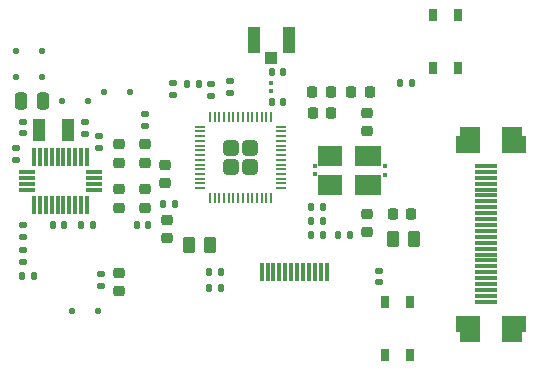
<source format=gbr>
%TF.GenerationSoftware,KiCad,Pcbnew,8.0.8*%
%TF.CreationDate,2025-02-18T00:27:10-08:00*%
%TF.ProjectId,OuterBoard_rev3.1,4f757465-7242-46f6-9172-645f72657633,rev?*%
%TF.SameCoordinates,Original*%
%TF.FileFunction,Paste,Top*%
%TF.FilePolarity,Positive*%
%FSLAX46Y46*%
G04 Gerber Fmt 4.6, Leading zero omitted, Abs format (unit mm)*
G04 Created by KiCad (PCBNEW 8.0.8) date 2025-02-18 00:27:10*
%MOMM*%
%LPD*%
G01*
G04 APERTURE LIST*
G04 Aperture macros list*
%AMRoundRect*
0 Rectangle with rounded corners*
0 $1 Rounding radius*
0 $2 $3 $4 $5 $6 $7 $8 $9 X,Y pos of 4 corners*
0 Add a 4 corners polygon primitive as box body*
4,1,4,$2,$3,$4,$5,$6,$7,$8,$9,$2,$3,0*
0 Add four circle primitives for the rounded corners*
1,1,$1+$1,$2,$3*
1,1,$1+$1,$4,$5*
1,1,$1+$1,$6,$7*
1,1,$1+$1,$8,$9*
0 Add four rect primitives between the rounded corners*
20,1,$1+$1,$2,$3,$4,$5,0*
20,1,$1+$1,$4,$5,$6,$7,0*
20,1,$1+$1,$6,$7,$8,$9,0*
20,1,$1+$1,$8,$9,$2,$3,0*%
G04 Aperture macros list end*
%ADD10C,0.010000*%
%ADD11RoundRect,0.225000X-0.225000X-0.250000X0.225000X-0.250000X0.225000X0.250000X-0.225000X0.250000X0*%
%ADD12RoundRect,0.079500X0.100500X-0.079500X0.100500X0.079500X-0.100500X0.079500X-0.100500X-0.079500X0*%
%ADD13RoundRect,0.140000X-0.170000X0.140000X-0.170000X-0.140000X0.170000X-0.140000X0.170000X0.140000X0*%
%ADD14RoundRect,0.225000X0.250000X-0.225000X0.250000X0.225000X-0.250000X0.225000X-0.250000X-0.225000X0*%
%ADD15RoundRect,0.140000X0.170000X-0.140000X0.170000X0.140000X-0.170000X0.140000X-0.170000X-0.140000X0*%
%ADD16RoundRect,0.225000X-0.250000X0.225000X-0.250000X-0.225000X0.250000X-0.225000X0.250000X0.225000X0*%
%ADD17R,1.050000X2.200000*%
%ADD18R,1.050000X1.000000*%
%ADD19R,0.350000X1.620000*%
%ADD20RoundRect,0.135000X0.135000X0.185000X-0.135000X0.185000X-0.135000X-0.185000X0.135000X-0.185000X0*%
%ADD21RoundRect,0.218750X0.256250X-0.218750X0.256250X0.218750X-0.256250X0.218750X-0.256250X-0.218750X0*%
%ADD22RoundRect,0.135000X-0.135000X-0.185000X0.135000X-0.185000X0.135000X0.185000X-0.135000X0.185000X0*%
%ADD23R,1.968000X0.312000*%
%ADD24R,1.968000X0.300000*%
%ADD25RoundRect,0.079500X-0.100500X0.079500X-0.100500X-0.079500X0.100500X-0.079500X0.100500X0.079500X0*%
%ADD26RoundRect,0.125000X-0.125000X0.125000X-0.125000X-0.125000X0.125000X-0.125000X0.125000X0.125000X0*%
%ADD27RoundRect,0.135000X0.185000X-0.135000X0.185000X0.135000X-0.185000X0.135000X-0.185000X-0.135000X0*%
%ADD28RoundRect,0.125000X0.125000X0.125000X-0.125000X0.125000X-0.125000X-0.125000X0.125000X-0.125000X0*%
%ADD29RoundRect,0.218750X-0.256250X0.218750X-0.256250X-0.218750X0.256250X-0.218750X0.256250X0.218750X0*%
%ADD30RoundRect,0.250000X0.262500X0.450000X-0.262500X0.450000X-0.262500X-0.450000X0.262500X-0.450000X0*%
%ADD31RoundRect,0.140000X-0.140000X-0.170000X0.140000X-0.170000X0.140000X0.170000X-0.140000X0.170000X0*%
%ADD32RoundRect,0.140000X0.140000X0.170000X-0.140000X0.170000X-0.140000X-0.170000X0.140000X-0.170000X0*%
%ADD33R,0.300000X1.494000*%
%ADD34R,1.456000X0.300000*%
%ADD35RoundRect,0.135000X-0.185000X0.135000X-0.185000X-0.135000X0.185000X-0.135000X0.185000X0.135000X0*%
%ADD36R,2.294000X1.682000*%
%ADD37R,2.040000X1.682000*%
%ADD38RoundRect,0.125000X-0.125000X-0.125000X0.125000X-0.125000X0.125000X0.125000X-0.125000X0.125000X0*%
%ADD39R,1.100000X1.900000*%
%ADD40RoundRect,0.250000X0.250000X0.475000X-0.250000X0.475000X-0.250000X-0.475000X0.250000X-0.475000X0*%
%ADD41R,0.711200X0.990600*%
%ADD42RoundRect,0.225000X0.225000X0.250000X-0.225000X0.250000X-0.225000X-0.250000X0.225000X-0.250000X0*%
%ADD43RoundRect,0.249999X-0.395001X0.395001X-0.395001X-0.395001X0.395001X-0.395001X0.395001X0.395001X0*%
%ADD44RoundRect,0.050000X-0.050000X0.387500X-0.050000X-0.387500X0.050000X-0.387500X0.050000X0.387500X0*%
%ADD45RoundRect,0.050000X-0.387500X0.050000X-0.387500X-0.050000X0.387500X-0.050000X0.387500X0.050000X0*%
G04 APERTURE END LIST*
D10*
%TO.C,J10*%
X151587500Y-103766600D02*
X149987500Y-103766600D01*
X149987500Y-102966600D01*
X149637500Y-102966600D01*
X149637500Y-101666600D01*
X151587500Y-101666600D01*
X151587500Y-103766600D01*
G36*
X151587500Y-103766600D02*
G01*
X149987500Y-103766600D01*
X149987500Y-102966600D01*
X149637500Y-102966600D01*
X149637500Y-101666600D01*
X151587500Y-101666600D01*
X151587500Y-103766600D01*
G37*
X151587500Y-87766600D02*
X149637500Y-87766600D01*
X149637500Y-86466600D01*
X149987500Y-86466600D01*
X149987500Y-85666600D01*
X151587500Y-85666600D01*
X151587500Y-87766600D01*
G36*
X151587500Y-87766600D02*
G01*
X149637500Y-87766600D01*
X149637500Y-86466600D01*
X149987500Y-86466600D01*
X149987500Y-85666600D01*
X151587500Y-85666600D01*
X151587500Y-87766600D01*
G37*
X155448500Y-102967600D02*
X155098500Y-102967600D01*
X155098500Y-103767600D01*
X153498500Y-103767600D01*
X153498500Y-101667600D01*
X155448500Y-101667600D01*
X155448500Y-102967600D01*
G36*
X155448500Y-102967600D02*
G01*
X155098500Y-102967600D01*
X155098500Y-103767600D01*
X153498500Y-103767600D01*
X153498500Y-101667600D01*
X155448500Y-101667600D01*
X155448500Y-102967600D01*
G37*
X155098500Y-86467600D02*
X155448500Y-86467600D01*
X155448500Y-87767600D01*
X153498500Y-87767600D01*
X153498500Y-85667600D01*
X155098500Y-85667600D01*
X155098500Y-86467600D01*
G36*
X155098500Y-86467600D02*
G01*
X155448500Y-86467600D01*
X155448500Y-87767600D01*
X153498500Y-87767600D01*
X153498500Y-85667600D01*
X155098500Y-85667600D01*
X155098500Y-86467600D01*
G37*
%TD*%
D11*
%TO.C,C32*%
X137464200Y-82677000D03*
X139014200Y-82677000D03*
%TD*%
D12*
%TO.C,C43*%
X137693400Y-89651400D03*
X137693400Y-88961400D03*
%TD*%
D13*
%TO.C,R13*%
X143078200Y-97868800D03*
X143078200Y-98828800D03*
%TD*%
D14*
%TO.C,C9*%
X142138400Y-86030400D03*
X142138400Y-84480400D03*
%TD*%
D15*
%TO.C,C31*%
X118217000Y-86230400D03*
X118217000Y-85270400D03*
%TD*%
D16*
%TO.C,C40*%
X123266200Y-87144600D03*
X123266200Y-88694600D03*
%TD*%
D17*
%TO.C,ANT1*%
X132535000Y-78335000D03*
X135485000Y-78335000D03*
D18*
X134010000Y-79860000D03*
%TD*%
D16*
%TO.C,C39*%
X121132600Y-87144600D03*
X121132600Y-88694600D03*
%TD*%
D19*
%TO.C,J42*%
X133178400Y-97933000D03*
X133678400Y-97933000D03*
X134178400Y-97933000D03*
X134678400Y-97933000D03*
X135178400Y-97933000D03*
X135678400Y-97933000D03*
X136178400Y-97933000D03*
X136678400Y-97933000D03*
X137178400Y-97933000D03*
X137678400Y-97933000D03*
X138178400Y-97933000D03*
X138678400Y-97933000D03*
%TD*%
D20*
%TO.C,R21*%
X129743200Y-99314000D03*
X128723200Y-99314000D03*
%TD*%
D21*
%TO.C,D8*%
X121107200Y-99568100D03*
X121107200Y-97993100D03*
%TD*%
D16*
%TO.C,C37*%
X125145800Y-93560600D03*
X125145800Y-95110600D03*
%TD*%
D22*
%TO.C,R6*%
X139670600Y-94818200D03*
X140690600Y-94818200D03*
%TD*%
D23*
%TO.C,J10*%
X152171500Y-88972600D03*
D24*
X152171500Y-89466600D03*
X152171500Y-89966600D03*
X152171500Y-90466600D03*
X152171500Y-90966600D03*
X152171500Y-91466600D03*
X152171500Y-91966600D03*
X152171500Y-92466600D03*
X152171500Y-92966600D03*
X152171500Y-93466600D03*
X152171500Y-93966600D03*
X152171500Y-94466600D03*
X152171500Y-94966600D03*
X152171500Y-95466600D03*
X152171500Y-95966600D03*
X152171500Y-96466600D03*
X152171500Y-96966600D03*
X152171500Y-97466600D03*
X152171500Y-97966600D03*
X152171500Y-98466600D03*
X152171500Y-98966600D03*
X152171500Y-99466600D03*
X152171500Y-99966600D03*
X152171500Y-100466600D03*
%TD*%
D25*
%TO.C,C45*%
X143586200Y-89012200D03*
X143586200Y-89702200D03*
%TD*%
D26*
%TO.C,D2*%
X114554000Y-79222600D03*
X114554000Y-81422600D03*
%TD*%
D27*
%TO.C,R3*%
X128879600Y-83009200D03*
X128879600Y-81989200D03*
%TD*%
D11*
%TO.C,C42*%
X137502600Y-84505800D03*
X139052600Y-84505800D03*
%TD*%
D28*
%TO.C,D3*%
X118516400Y-83464400D03*
X116316400Y-83464400D03*
%TD*%
D27*
%TO.C,R20*%
X125704600Y-82983800D03*
X125704600Y-81963800D03*
%TD*%
D20*
%TO.C,R7*%
X138379200Y-93624400D03*
X137359200Y-93624400D03*
%TD*%
%TO.C,R26*%
X129743200Y-97967800D03*
X128723200Y-97967800D03*
%TD*%
D29*
%TO.C,D9*%
X124993400Y-88849200D03*
X124993400Y-90424200D03*
%TD*%
D15*
%TO.C,C30*%
X112933800Y-86207600D03*
X112933800Y-85247600D03*
%TD*%
D30*
%TO.C,R8*%
X128832500Y-95680000D03*
X127007500Y-95680000D03*
%TD*%
D31*
%TO.C,C29*%
X115521800Y-94005400D03*
X116481800Y-94005400D03*
%TD*%
D32*
%TO.C,C41*%
X123593800Y-93954600D03*
X122633800Y-93954600D03*
%TD*%
D16*
%TO.C,C36*%
X121132600Y-90954600D03*
X121132600Y-92504600D03*
%TD*%
D20*
%TO.C,R22*%
X113893600Y-98272600D03*
X112873600Y-98272600D03*
%TD*%
D22*
%TO.C,R31*%
X137361200Y-92456000D03*
X138381200Y-92456000D03*
%TD*%
D14*
%TO.C,C18*%
X142087600Y-94577200D03*
X142087600Y-93027200D03*
%TD*%
D22*
%TO.C,R9*%
X137361200Y-94792800D03*
X138381200Y-94792800D03*
%TD*%
D30*
%TO.C,R10*%
X146098900Y-95123000D03*
X144273900Y-95123000D03*
%TD*%
D31*
%TO.C,R14*%
X144909600Y-81965800D03*
X145869600Y-81965800D03*
%TD*%
D20*
%TO.C,R18*%
X118924800Y-94005400D03*
X117904800Y-94005400D03*
%TD*%
D33*
%TO.C,U8*%
X113900200Y-88184200D03*
D34*
X113322200Y-89481200D03*
X113322200Y-89981200D03*
X113322200Y-90481200D03*
X113322200Y-90981200D03*
D33*
X113900200Y-92278200D03*
X114400200Y-92278200D03*
X114900200Y-92278200D03*
X115400200Y-92278200D03*
X115900200Y-92278200D03*
X116400200Y-92278200D03*
X116900200Y-92278200D03*
X117400200Y-92278200D03*
X117900200Y-92278200D03*
X118400200Y-92278200D03*
D34*
X118978200Y-90981200D03*
X118978200Y-90481200D03*
X118978200Y-89981200D03*
X118978200Y-89481200D03*
D33*
X118400200Y-88184200D03*
X117900200Y-88184200D03*
X117400200Y-88184200D03*
X116900200Y-88184200D03*
X116400200Y-88184200D03*
X115900200Y-88184200D03*
X115400200Y-88184200D03*
X114900200Y-88184200D03*
X114400200Y-88184200D03*
%TD*%
D12*
%TO.C,L1*%
X134010000Y-82605000D03*
X134010000Y-81915000D03*
%TD*%
D22*
%TO.C,R15*%
X124837000Y-92202000D03*
X125857000Y-92202000D03*
%TD*%
D35*
%TO.C,R16*%
X112953800Y-96060800D03*
X112953800Y-97080800D03*
%TD*%
D36*
%TO.C,Y2*%
X142155800Y-88158400D03*
D37*
X138988800Y-88158400D03*
X138988800Y-90540400D03*
D36*
X142155800Y-90540400D03*
%TD*%
D20*
%TO.C,R2*%
X127840200Y-81991200D03*
X126820200Y-81991200D03*
%TD*%
D26*
%TO.C,D1*%
X112420400Y-79222600D03*
X112420400Y-81422600D03*
%TD*%
D31*
%TO.C,C35*%
X134015600Y-83515200D03*
X134975600Y-83515200D03*
%TD*%
D27*
%TO.C,R23*%
X119583200Y-99114800D03*
X119583200Y-98094800D03*
%TD*%
D11*
%TO.C,C17*%
X140779200Y-82677000D03*
X142329200Y-82677000D03*
%TD*%
D27*
%TO.C,R19*%
X130530600Y-82755200D03*
X130530600Y-81735200D03*
%TD*%
D38*
%TO.C,D5*%
X117162400Y-101244400D03*
X119362400Y-101244400D03*
%TD*%
D35*
%TO.C,R17*%
X112953800Y-93927200D03*
X112953800Y-94947200D03*
%TD*%
D39*
%TO.C,Y1*%
X116820000Y-85928200D03*
X114320000Y-85928200D03*
%TD*%
D40*
%TO.C,C1*%
X114691200Y-83464400D03*
X112791200Y-83464400D03*
%TD*%
D41*
%TO.C,SW3*%
X143611600Y-105003600D03*
X143611600Y-100503598D03*
X145761598Y-105003600D03*
X145761598Y-100503598D03*
%TD*%
D31*
%TO.C,C33*%
X134015600Y-81000000D03*
X134975600Y-81000000D03*
%TD*%
D28*
%TO.C,D4*%
X121996200Y-82727800D03*
X119796200Y-82727800D03*
%TD*%
D35*
%TO.C,R12*%
X119380000Y-86459600D03*
X119380000Y-87479600D03*
%TD*%
D41*
%TO.C,SW1*%
X147667401Y-80659801D03*
X147667401Y-76159799D03*
X149817399Y-80659801D03*
X149817399Y-76159799D03*
%TD*%
D16*
%TO.C,C34*%
X123266200Y-90954600D03*
X123266200Y-92504600D03*
%TD*%
D35*
%TO.C,R11*%
X123342400Y-84556600D03*
X123342400Y-85576600D03*
%TD*%
D15*
%TO.C,C28*%
X112420400Y-88440200D03*
X112420400Y-87480200D03*
%TD*%
D42*
%TO.C,C15*%
X145822000Y-93014800D03*
X144272000Y-93014800D03*
%TD*%
D43*
%TO.C,U9*%
X132187500Y-87448800D03*
X130587500Y-87448800D03*
X132187500Y-89048800D03*
X130587500Y-89048800D03*
D44*
X133987500Y-84811300D03*
X133587500Y-84811300D03*
X133187500Y-84811300D03*
X132787500Y-84811300D03*
X132387500Y-84811300D03*
X131987500Y-84811300D03*
X131587500Y-84811300D03*
X131187500Y-84811300D03*
X130787500Y-84811300D03*
X130387500Y-84811300D03*
X129987500Y-84811300D03*
X129587500Y-84811300D03*
X129187500Y-84811300D03*
X128787500Y-84811300D03*
D45*
X127950000Y-85648800D03*
X127950000Y-86048800D03*
X127950000Y-86448800D03*
X127950000Y-86848800D03*
X127950000Y-87248800D03*
X127950000Y-87648800D03*
X127950000Y-88048800D03*
X127950000Y-88448800D03*
X127950000Y-88848800D03*
X127950000Y-89248800D03*
X127950000Y-89648800D03*
X127950000Y-90048800D03*
X127950000Y-90448800D03*
X127950000Y-90848800D03*
D44*
X128787500Y-91686300D03*
X129187500Y-91686300D03*
X129587500Y-91686300D03*
X129987500Y-91686300D03*
X130387500Y-91686300D03*
X130787500Y-91686300D03*
X131187500Y-91686300D03*
X131587500Y-91686300D03*
X131987500Y-91686300D03*
X132387500Y-91686300D03*
X132787500Y-91686300D03*
X133187500Y-91686300D03*
X133587500Y-91686300D03*
X133987500Y-91686300D03*
D45*
X134825000Y-90848800D03*
X134825000Y-90448800D03*
X134825000Y-90048800D03*
X134825000Y-89648800D03*
X134825000Y-89248800D03*
X134825000Y-88848800D03*
X134825000Y-88448800D03*
X134825000Y-88048800D03*
X134825000Y-87648800D03*
X134825000Y-87248800D03*
X134825000Y-86848800D03*
X134825000Y-86448800D03*
X134825000Y-86048800D03*
X134825000Y-85648800D03*
%TD*%
M02*

</source>
